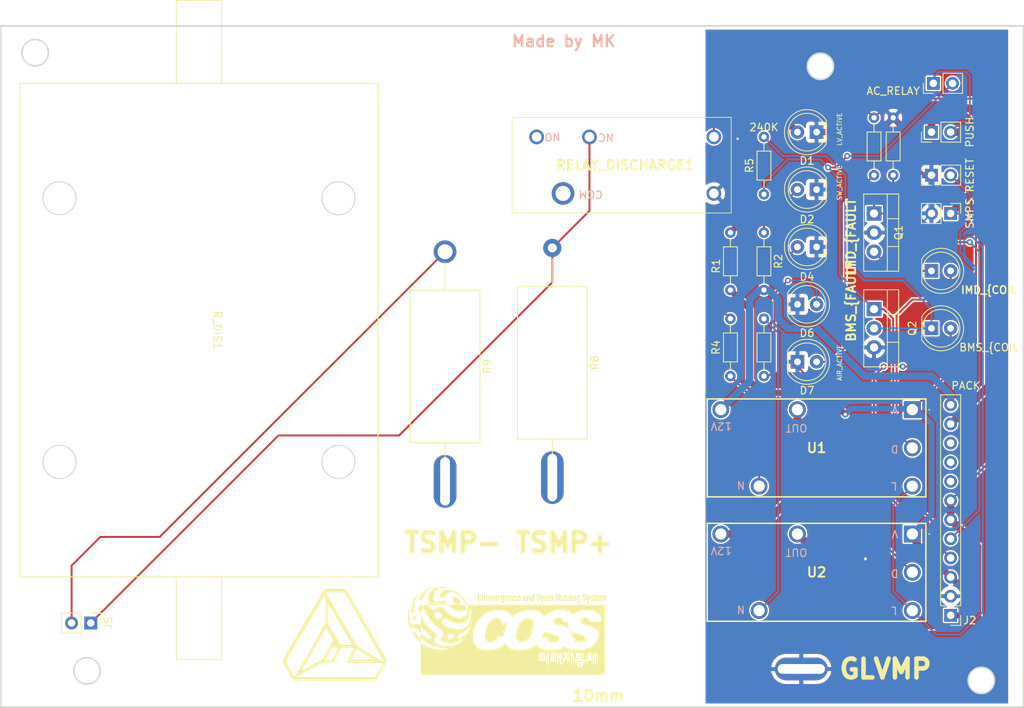
<source format=kicad_pcb>
(kicad_pcb (version 20211014) (generator pcbnew)
  (layers (0 "F.Cu" signal) (31 "B.Cu" signal) (34 "B.Paste" user) (35 "F.Paste" user) (36 "B.SilkS" user "B.Silkscreen") (37 "F.SilkS" user "F.Silkscreen") (38 "B.Mask" user) (39 "F.Mask" user) (44 "Edge.Cuts" user))
  (net 0 "")
  (net 1 "GND_BOX")
  (net 2 "Net-(D1-Pad2)")
  (net 3 "Net-(D2-Pad2)")
  (net 4 "Net-(D3-Pad1)")
  (net 5 "Net-(D3-Pad2)")
  (net 6 "Net-(D4-Pad2)")
  (net 7 "Net-(D5-Pad1)")
  (net 8 "Net-(D5-Pad2)")
  (net 9 "Net-(D6-Pad2)")
  (net 10 "Net-(D7-Pad2)")
  (net 11 "INTERLOCK_{1}")
  (net 12 "CHARGE_POWER")
  (net 13 "IMD_FAULT")
  (net 14 "CHARGER_SAFETY")
  (net 15 "INTERLOCK_{2}")
  (net 16 "Net-(R4-Pad1)")
  (net 17 "Net-(R6-Pad1)")
  (net 18 "AIR+_ACTIVE")
  (net 19 "Net-(U1-Pad2)")
  (net 20 "Reset_Button")
  (net 24 "Net-(J5-Pad1)")
  (net 25 "Net-(J5-Pad2)")
  (footprint "LED_THT:LED_D5.0mm" (layer "F.Cu") (at 170.18 34.925 180)
    (fp_text reference "D1" (at 1.27 -3.81) (layer "F.SilkS"))
    (fp_text value "LV_ACTIVE" (at -3.048 0.381 90) (layer "F.SilkS") (effects (font (size 0.6 0.6) (thickness 0.1))))
    (pad "1" thru_hole rect (at 0 0 180) (size 1.8 1.8) (drill 0.9) (layers *.Cu *.Mask) (net 1 "GND_BOX"))
    (pad "2" thru_hole circle (at 2.54 0 180) (size 1.8 1.8) (drill 0.9) (layers *.Cu *.Mask) (net 2 "Net-(D1-Pad2)"))
  )
  (footprint "LED_THT:LED_D5.0mm" (layer "F.Cu") (at 167.64 57.785)
    (fp_text reference "D6" (at 1.27 3.81) (layer "F.SilkS"))
    (fp_text value "BMS_{FAULT" (at 7.112 -0.381 90) (layer "F.SilkS") (effects (font (size 1.2 1.2) (thickness 0.25))))
    (pad "1" thru_hole rect (at 0 0) (size 1.8 1.8) (drill 0.9) (layers *.Cu *.Mask) (net 1 "GND_BOX"))
    (pad "2" thru_hole circle (at 2.54 0) (size 1.8 1.8) (drill 0.9) (layers *.Cu *.Mask) (net 9 "Net-(D6-Pad2)"))
  )
  (footprint "Resistor_THT:R_Axial_DIN0922_L20.0mm_D9.0mm_P30.48mm_Horizontal" (layer "F.Cu") (at 120.904 50.8 -90)
    (fp_text reference "R9" (at 15.24 -5.62 90) (layer "F.SilkS"))
    (fp_text value "10K")
    (pad "1" thru_hole circle (at 0 0 270) (size 3 3) (drill 2) (layers *.Cu *.Mask) (net 25 "Net-(J5-Pad2)"))
    (pad "2" thru_hole oval (at 30.48 0 270) (size 7 3) (drill oval 6.4 1.3) (layers *.Cu *.Mask))
  )
  (footprint "Resistor_THT:R_Axial_DIN0922_L20.0mm_D9.0mm_P30.48mm_Horizontal" (layer "F.Cu") (at 135.128 50.2955 -90)
    (fp_text reference "R8" (at 15.24 -5.62 90) (layer "F.SilkS"))
    (fp_text value "10K")
    (pad "1" thru_hole circle (at 0 0 270) (size 2.4 2.4) (drill 1.2) (layers *.Cu *.Mask) (net 24 "Net-(J5-Pad1)"))
    (pad "2" thru_hole oval (at 30.48 0 270) (size 7 3) (drill oval 6.3 1.3) (layers *.Cu *.Mask))
  )
  (footprint "footprints:ADJ14024" (layer "F.Cu") (at 182.88 71.755 180)
    (fp_text reference "U1" (at 12.7 -5.08) (layer "F.SilkS") (effects (font (size 1.27 1.27) (thickness 0.254))))
    (fp_text value "ADJ14012" hide)
    (fp_text user "N" (at 22.733 -10.033 180 unlocked) (layer "B.SilkS"))
    (fp_text user "D" (at 2.3622 -5.2324 180 unlocked) (layer "B.SilkS"))
    (fp_text user "V" (at 2.3114 0 180 unlocked) (layer "B.SilkS"))
    (fp_text user "OUT" (at 15.367 -2.4384 180 unlocked) (layer "B.SilkS"))
    (fp_text user "L" (at 2.413 -10.16 180 unlocked) (layer "B.SilkS"))
    (fp_text user "12V" (at 25.3492 -2.2098 180 unlocked) (layer "B.SilkS"))
    (pad "1" thru_hole rect (at 0 0 180) (size 2.25 2.25) (drill 1.5) (layers *.Cu *.Mask) (net 12 "CHARGE_POWER"))
    (pad "2" thru_hole circle (at 15.24 0 180) (size 2.25 2.25) (drill 1.5) (layers *.Cu *.Mask) (net 19 "Net-(U1-Pad2)"))
    (pad "4" thru_hole circle (at 25.4 0 180) (size 2.25 2.25) (drill 1.5) (layers *.Cu *.Mask) (net 15 "INTERLOCK_{2}"))
    (pad "6" thru_hole circle (at 20.32 -10.16 180) (size 2.25 2.25) (drill 1.5) (layers *.Cu *.Mask) (net 16 "Net-(R4-Pad1)"))
    (pad "8" thru_hole circle (at 0 -10.16 180) (size 2.25 2.25) (drill 1.5) (layers *.Cu *.Mask) (net 20 "Reset_Button"))
    (pad "9" thru_hole circle (at 0 -5.08 180) (size 2.25 2.25) (drill 1.5) (layers *.Cu *.Mask) (net 5 "Net-(D3-Pad2)"))
  )
  (footprint "LED_THT:LED_D5.0mm" (layer "F.Cu") (at 185.42 53.34)
    (fp_text reference "D3" hide)
    (fp_text value "IMD_{COIL" (at 7.62 2.54) (layer "F.SilkS") (effects (font (thickness 0.2))))
    (pad "1" thru_hole rect (at 0 0) (size 1.8 1.8) (drill 0.9) (layers *.Cu *.Mask) (net 4 "Net-(D3-Pad1)"))
    (pad "2" thru_hole circle (at 2.54 0) (size 1.8 1.8) (drill 0.9) (layers *.Cu *.Mask) (net 5 "Net-(D3-Pad2)"))
  )
  (footprint "Library:LOGO12121212" (layer "F.Cu") (at 106.68 101.6)
    (fp_text reference "G***" hide)
    (fp_text value "LOGO" hide)
  )
  (footprint "Connector_PinHeader_2.54mm:PinHeader_1x02_P2.54mm_Vertical" (layer "F.Cu") (at 187.96 45.72 -90)
    (fp_text reference "SMPS" (at 0 -2.54 -270) (layer "F.SilkS"))
    (fp_text value "SMPS" hide)
    (pad "1" thru_hole rect (at 0 0 270) (size 1.7 1.7) (drill 1) (layers *.Cu *.Mask) (net 12 "CHARGE_POWER"))
    (pad "2" thru_hole oval (at 0 2.54 270) (size 1.7 1.7) (drill 1) (layers *.Cu *.Mask) (net 1 "GND_BOX"))
  )
  (footprint "footprint:G2RL112DC" (layer "F.Cu") (at 156.555 35.56 180)
    (fp_text reference "RELAY_DISCHARGE1" (at 11.775 -3.75) (layer "F.SilkS") (effects (font (size 1.27 1.27) (thickness 0.254))))
    (fp_text value "G2RL-1_12DC" hide)
    (fp_text user "NC" (at 14.3002 -0.0508 180 unlocked) (layer "B.SilkS"))
    (fp_text user "COM" (at 16.347 -7.62 180 unlocked) (layer "B.SilkS"))
    (fp_text user "NO" (at 21.4122 0.0254 180 unlocked) (layer "B.SilkS"))
    (pad "1" thru_hole circle (at 0 0 180) (size 1.95 1.95) (drill 1.3) (layers *.Cu *.Mask) (net 18 "AIR+_ACTIVE"))
    (pad "2" thru_hole circle (at 16.5 0 180) (size 1.95 1.95) (drill 1.3) (layers *.Cu *.Mask) (net 24 "Net-(J5-Pad1)"))
    (pad "3" thru_hole circle (at 23.5 0 180) (size 1.95 1.95) (drill 1.3) (layers *.Cu *.Mask))
    (pad "4" thru_hole circle (at 20 -7.5 180) (size 3 3) (drill 2) (layers *.Cu *.Mask))
    (pad "5" thru_hole circle (at 0 -7.5 180) (size 1.95 1.95) (drill 1.3) (layers *.Cu *.Mask) (net 1 "GND_BOX"))
  )
  (footprint "footprints:ADJ14024" (layer "F.Cu") (at 182.88 88.265 180)
    (fp_text reference "U2" (at 12.7 -5.08) (layer "F.SilkS") (effects (font (size 1.27 1.27) (thickness 0.254))))
    (fp_text value "ADJ14012" hide)
    (fp_text user "D" (at 2.3622 -5.2324 180 unlocked) (layer "B.SilkS"))
    (fp_text user "L" (at 2.413 -10.16 180 unlocked) (layer "B.SilkS"))
    (fp_text user "OUT" (at 15.367 -2.4384 180 unlocked) (layer "B.SilkS"))
    (fp_text user "N" (at 22.733 -10.033 180 unlocked) (layer "B.SilkS"))
    (fp_text user "12V" (at 25.3492 -2.2098 180 unlocked) (layer "B.SilkS"))
    (fp_text user "V" (at 2.3114 0 180 unlocked) (layer "B.SilkS"))
    (pad "1" thru_hole rect (at 0 0 180) (size 2.25 2.25) (drill 1.5) (layers *.Cu *.Mask) (net 12 "CHARGE_POWER"))
    (pad "2" thru_hole circle (at 15.24 0 180) (size 2.25 2.25) (drill 1.5) (layers *.Cu *.Mask) (net 18 "AIR+_ACTIVE"))
    (pad "4" thru_hole circle (at 25.4 0 180) (size 2.25 2.25) (drill 1.5) (layers *.Cu *.Mask) (net 19 "Net-(U1-Pad2)"))
    (pad "6" thru_hole circle (at 20.32 -10.16 180) (size 2.25 2.25) (drill 1.5) (layers *.Cu *.Mask) (net 17 "Net-(R6-Pad1)"))
    (pad "8" thru_hole circle (at 0 -10.16 180) (size 2.25 2.25) (drill 1.5) (layers *.Cu *.Mask) (net 20 "Reset_Button"))
    (pad "9" thru_hole circle (at 0 -5.08 180) (size 2.25 2.25) (drill 1.5) (layers *.Cu *.Mask) (net 8 "Net-(D5-Pad2)"))
  )
  (footprint "Resistor_THT:R_Axial_DIN0204_L3.6mm_D1.6mm_P7.62mm_Horizontal" (layer "F.Cu") (at 163.195 43.18 90)
    (fp_text reference "R5" (at 3.81 -1.92 90) (layer "F.SilkS"))
    (fp_text value "240K" (at 8.89 0 180) (layer "F.SilkS"))
    (pad "1" thru_hole circle (at 0 0 90) (size 1.4 1.4) (drill 0.7) (layers *.Cu *.Mask) (net 14 "CHARGER_SAFETY"))
    (pad "2" thru_hole oval (at 7.62 0 90) (size 1.4 1.4) (drill 0.7) (layers *.Cu *.Mask) (net 7 "Net-(D5-Pad1)"))
  )
  (footprint "Library:auto big" (layer "F.Cu") (at 129.032 101.092)
    (fp_text reference "G***" hide)
    (fp_text value "LOGO" hide)
  )
  (footprint "Connector_PinHeader_2.54mm:PinHeader_1x02_P2.54mm_Vertical" (layer "F.Cu") (at 185.42 40.64 90)
    (fp_text reference "RESET" (at 0 5.08 90) (layer "F.SilkS"))
    (fp_text value "RESET" hide)
    (pad "1" thru_hole rect (at 0 0 90) (size 1.7 1.7) (drill 1) (layers *.Cu *.Mask) (net 1 "GND_BOX"))
    (pad "2" thru_hole oval (at 0 2.54 90) (size 1.7 1.7) (drill 1) (layers *.Cu *.Mask) (net 20 "Reset_Button"))
  )
  (footprint "Package_TO_SOT_THT:TO-220-3_Vertical" (layer "F.Cu") (at 177.8 45.72 -90)
    (fp_text reference "Q1" (at 2.54 -3.27 90) (layer "F.SilkS"))
    (fp_text value "IRF9540N" hide)
    (pad "1" thru_hole rect (at 0 0 270) (size 1.905 2) (drill 1.1) (layers *.Cu *.Mask) (net 13 "IMD_FAULT"))
    (pad "2" thru_hole oval (at 2.54 0 270) (size 1.905 2) (drill 1.1) (layers *.Cu *.Mask) (net 1 "GND_BOX"))
    (pad "3" thru_hole oval (at 5.08 0 270) (size 1.905 2) (drill 1.1) (layers *.Cu *.Mask) (net 4 "Net-(D3-Pad1)"))
  )
  (footprint "Connector_PinHeader_2.54mm:PinHeader_1x12_P2.54mm_Vertical" (layer "F.Cu") (at 187.96 99.06 180)
    (fp_text reference "J2" (at -2.54 -0.665) (layer "F.SilkS"))
    (fp_text value "PACK" (at -2.032 30.48) (layer "F.SilkS"))
    (pad "1" thru_hole rect (at 0 0 180) (size 1.7 1.7) (drill 1) (layers *.Cu *.Mask) (net 12 "CHARGE_POWER"))
    (pad "2" thru_hole oval (at 0 2.54 180) (size 1.7 1.7) (drill 1) (layers *.Cu *.Mask) (net 1 "GND_BOX"))
    (pad "3" thru_hole oval (at 0 5.08 180) (size 1.7 1.7) (drill 1) (layers *.Cu *.Mask) (net 12 "CHARGE_POWER"))
    (pad "4" thru_hole oval (at 0 7.62 180) (size 1.7 1.7) (drill 1) (layers *.Cu *.Mask) (net 14 "CHARGER_SAFETY"))
    (pad "5" thru_hole oval (at 0 10.16 180) (size 1.7 1.7) (drill 1) (layers *.Cu *.Mask) (net 13 "IMD_FAULT"))
    (pad "6" thru_hole oval (at 0 12.7 180) (size 1.7 1.7) (drill 1) (layers *.Cu *.Mask) (net 18 "AIR+_ACTIVE"))
    (pad "7" thru_hole oval (at 0 15.24 180) (size 1.7 1.7) (drill 1) (layers *.Cu *.Mask) (net 18 "AIR+_ACTIVE"))
    (pad "8" thru_hole oval (at 0 17.78 180) (size 1.7 1.7) (drill 1) (layers *.Cu *.Mask))
    (pad "9" thru_hole oval (at 0 20.32 180) (size 1.7 1.7) (drill 1) (layers *.Cu *.Mask))
    (pad "10" thru_hole oval (at 0 22.86 180) (size 1.7 1.7) (drill 1) (layers *.Cu *.Mask))
    (pad "11" thru_hole oval (at 0 25.4 180) (size 1.7 1.7) (drill 1) (layers *.Cu *.Mask) (net 11 "INTERLOCK_{1}"))
    (pad "12" thru_hole oval (at 0 27.94 180) (size 1.7 1.7) (drill 1) (layers *.Cu *.Mask) (net 15 "INTERLOCK_{2}"))
  )
  (footprint "LED_THT:LED_D5.0mm" (layer "F.Cu") (at 170.18 50.165 180)
    (fp_text reference "D4" (at 1.27 -3.96) (layer "F.SilkS"))
    (fp_text value "IMD_{FAULT" (at -4.572 1.397 90) (layer "F.SilkS") (effects (font (size 1.2 1.2) (thickness 0.25))))
    (pad "1" thru_hole rect (at 0 0 180) (size 1.8 1.8) (drill 0.9) (layers *.Cu *.Mask) (net 1 "GND_BOX"))
    (pad "2" thru_hole circle (at 2.54 0 180) (size 1.8 1.8) (drill 0.9) (layers *.Cu *.Mask) (net 6 "Net-(D4-Pad2)"))
  )
  (footprint "Package_TO_SOT_THT:TO-220-3_Vertical" (layer "F.Cu") (at 177.8 58.42 -90)
    (fp_text reference "Q2" (at 2.54 -5.08 90) (layer "F.SilkS"))
    (fp_text value "IRF740" hide)
    (pad "1" thru_hole rect (at 0 0 270) (size 1.905 2) (drill 1.1) (layers *.Cu *.Mask) (net 14 "CHARGER_SAFETY"))
    (pad "2" thru_hole oval (at 2.54 0 270) (size 1.905 2) (drill 1.1) (layers *.Cu *.Mask) (net 7 "Net-(D5-Pad1)"))
    (pad "3" thru_hole oval (at 5.08 0 270) (size 1.905 2) (drill 1.1) (layers *.Cu *.Mask) (net 1 "GND_BOX"))
  )
  (footprint "Resistor_THT:R_Axial_DIN0204_L3.6mm_D1.6mm_P7.62mm_Horizontal" (layer "F.Cu") (at 180.34 33.02 -90)
    (fp_text reference "R3" hide)
    (fp_text value "10k" hide)
    (pad "1" thru_hole circle (at 0 0 270) (size 1.4 1.4) (drill 0.7) (layers *.Cu *.Mask) (net 1 "GND_BOX"))
    (pad "2" thru_hole oval (at 7.62 0 270) (size 1.4 1.4) (drill 0.7) (layers *.Cu *.Mask) (net 13 "IMD_FAULT"))
  )
  (footprint "footprint:HSC100" (layer "F.Cu") (at 64.516 28.448 -90)
    (fp_text reference "R_DIS1" (at 32.75 -26.195 -90 unlocked) (layer "F.SilkS"))
    (fp_text value "1k")
    (fp_circle (center 15.25 -42.25) (end 17.45 -42.25) (layer "Edge.Cuts") (width 0.12) (fill none))
    (fp_circle (center 15.25 -5.25) (end 17.45 -5.25) (layer "Edge.Cuts") (width 0.12) (fill none))
    (fp_circle (center 50.25 -5.25) (end 52.45 -5.25) (layer "Edge.Cuts") (width 0.12) (fill none))
    (fp_circle (center 50.25 -42.25) (end 52.45 -42.25) (layer "Edge.Cuts") (width 0.12) (fill none))
  )
  (footprint "Connector_PinHeader_2.54mm:PinHeader_1x02_P2.54mm_Vertical" (layer "F.Cu") (at 73.914 100.076 -90)
    (fp_text reference "J5" (at 0 -2.33 90) (layer "F.SilkS"))
    (fp_text value "HV")
    (pad "1" thru_hole rect (at 0 0 270) (size 1.7 1.7) (drill 1) (layers *.Cu *.Mask) (net 24 "Net-(J5-Pad1)"))
    (pad "2" thru_hole oval (at 0 2.54 270) (size 1.7 1.7) (drill 1) (layers *.Cu *.Mask) (net 25 "Net-(J5-Pad2)"))
  )
  (footprint "LED_THT:LED_D5.0mm" (layer "F.Cu") (at 185.42 60.96)
    (fp_text reference "D5" hide)
    (fp_text value "BMS_{COIL" (at 7.62 2.54) (layer "F.SilkS"))
    (pad "1" thru_hole rect (at 0 0) (size 1.8 1.8) (drill 0.9) (layers *.Cu *.Mask) (net 7 "Net-(D5-Pad1)"))
    (pad "2" thru_hole circle (at 2.54 0) (size 1.8 1.8) (drill 0.9) (layers *.Cu *.Mask) (net 8 "Net-(D5-Pad2)"))
  )
  (footprint "Resistor_THT:R_Axial_DIN0204_L3.6mm_D1.6mm_P7.62mm_Horizontal" (layer "F.Cu") (at 163.195 59.69 -90)
    (fp_text reference "R6" hide)
    (fp_text value "10k")
    (pad "1" thru_hole circle (at 0 0 270) (size 1.4 1.4) (drill 0.7) (layers *.Cu *.Mask) (net 17 "Net-(R6-Pad1)"))
    (pad "2" thru_hole oval (at 7.62 0 270) (size 1.4 1.4) (drill 0.7) (layers *.Cu *.Mask) (net 9 "Net-(D6-Pad2)"))
  )
  (footprint "Resistor_THT:R_Axial_DIN0204_L3.6mm_D1.6mm_P7.62mm_Horizontal" (layer "F.Cu") (at 163.195 48.26 -90)
    (fp_text reference "R2" (at 3.81 -1.92 90) (layer "F.SilkS"))
    (fp_text value "10k")
    (pad "1" thru_hole circle (at 0 0 270) (size 1.4 1.4) (drill 0.7) (layers *.Cu *.Mask) (net 3 "Net-(D2-Pad2)"))
    (pad "2" thru_hole oval (at 7.62 0 270) (size 1.4 1.4) (drill 0.7) (layers *.Cu *.Mask) (net 15 "INTERLOCK_{2}"))
  )
  (footprint "Connector:Banana_Jack_1Pin" (layer "F.Cu") (at 168.148 106.172)
    (fp_text reference "J7" hide)
    (fp_text value "Conn_01x01_Female" hide)
    (pad "1" thru_hole oval (at 0 0) (size 7 3) (drill oval 6.3 1.3) (layers *.Cu *.Mask) (net 1 "GND_BOX"))
  )
  (footprint "LED_THT:LED_D5.0mm" (layer "F.Cu") (at 167.64 65.405)
    (fp_text reference "D7" (at 1.27 3.81) (layer "F.SilkS"))
    (fp_text value "AIR_ACTIVE" (at 5.588 0.127 90) (layer "F.SilkS") (effects (font (size 0.6 0.6) (thickness 0.1))))
    (pad "1" thru_hole rect (at 0 0) (size 1.8 1.8) (drill 0.9) (layers *.Cu *.Mask) (net 1 "GND_BOX"))
    (pad "2" thru_hole circle (at 2.54 0) (size 1.8 1.8) (drill 0.9) (layers *.Cu *.Mask) (net 10 "Net-(D7-Pad2)"))
  )
  (footprint "Connector_PinHeader_2.54mm:PinHeader_1x02_P2.54mm_Vertical" (layer "F.Cu") (at 185.669 28.448 90)
    (fp_text reference "AC_RELAY" (at -1.016 -5.329 180) (layer "F.SilkS"))
    (fp_text value "AC_RELAY" hide)
    (pad "1" thru_hole rect (at 0 0 90) (size 1.7 1.7) (drill 1) (layers *.Cu *.Mask) (net 12 "CHARGE_POWER"))
    (pad "2" thru_hole oval (at 0 2.54 90) (size 1.7 1.7) (drill 1) (layers *.Cu *.Mask) (net 14 "CHARGER_SAFETY"))
  )
  (footprint "LED_THT:LED_D5.0mm" (layer "F.Cu") (at 170.18 42.545 180)
    (fp_text reference "D2" (at 1.27 -3.96) (layer "F.SilkS"))
    (fp_text value "SW_ACTIVE" (at -3.048 0.889 90) (layer "F.SilkS") (effects (font (size 0.6 0.6) (thickness 0.1))))
    (pad "1" thru_hole rect (at 0 0 180) (size 1.8 1.8) (drill 0.9) (layers *.Cu *.Mask) (net 1 "GND_BOX"))
    (pad "2" thru_hole circle (at 2.54 0 180) (size 1.8 1.8) (drill 0.9) (layers *.Cu *.Mask) (net 3 "Net-(D2-Pad2)"))
  )
  (footprint "Connector_PinHeader_2.54mm:PinHeader_1x02_P2.54mm_Vertical" (layer "F.Cu") (at 185.415 34.925 90)
    (fp_text reference "PUSH" (at 0 5.08 90) (layer "F.SilkS"))
    (fp_text value "PUSH_ROTATE" hide)
    (pad "1" thru_hole rect (at 0 0 90) (size 1.7 1.7) (drill 1) (layers *.Cu *.Mask) (net 11 "INTERLOCK_{1}"))
    (pad "2" thru_hole oval (at 0 2.54 90) (size 1.7 1.7) (drill 1) (layers *.Cu *.Mask) (net 12 "CHARGE_POWER"))
  )
  (footprint "Resistor_THT:R_Axial_DIN0204_L3.6mm_D1.6mm_P7.62mm_Horizontal" (layer "F.Cu") (at 158.75 48.26 -90)
    (fp_text reference "R1" (at 4.445 1.905 90) (layer "F.SilkS"))
    (fp_text value "10k")
    (pad "1" thru_hole circle (at 0 0 270) (size 1.4 1.4) (drill 0.7) (layers *.Cu *.Mask) (net 2 "Net-(D1-Pad2)"))
    (pad "2" thru_hole oval (at 7.62 0 270) (size 1.4 1.4) (drill 0.7) (layers *.Cu *.Mask) (net 12 "CHARGE_POWER"))
  )
  (footprint "Resistor_THT:R_Axial_DIN0204_L3.6mm_D1.6mm_P7.62mm_Horizontal" (layer "F.Cu") (at 158.75 67.31 90)
    (fp_text reference "R4" (at 3.81 -1.92 90) (layer "F.SilkS"))
    (fp_text value "10k")
    (pad "1" thru_hole circle (at 0 0 90) (size 1.4 1.4) (drill 0.7) (layers *.Cu *.Mask) (net 16 "Net-(R4-Pad1)"))
    (pad "2" thru_hole oval (at 7.62 0 90) (size 1.4 1.4) (drill 0.7) (layers *.Cu *.Mask) (net 6 "Net-(D4-Pad2)"))
  )
  (footprint "Resistor_THT:R_Axial_DIN0204_L3.6mm_D1.6mm_P7.62mm_Horizontal" (layer "F.Cu") (at 177.8 40.64 90)
    (fp_text reference "R7" hide)
    (fp_text value "10k" hide)
    (pad "1" thru_hole circle (at 0 0 90) (size 1.4 1.4) (drill 0.7) (layers *.Cu *.Mask) (net 10 "Net-(D7-Pad2)"))
    (pad "2" thru_hole oval (at 7.62 0 90) (size 1.4 1.4) (drill 0.7) (layers *.Cu *.Mask) (net 18 "AIR+_ACTIVE"))
  )
  (gr_rect (start 61.976 20.828) (end 197.612 111.252) (layer "Edge.Cuts") (width 0.2) (fill none))
  (gr_circle (center 66.548 24.384) (end 68.298 24.384) (layer "Edge.Cuts") (width 0.2) (fill none))
  (gr_circle (center 192.024 107.696) (end 193.774 107.696) (layer "Edge.Cuts") (width 0.2) (fill none))
  (gr_circle (center 73.406 106.426) (end 75.156 106.426) (layer "Edge.Cuts") (width 0.2) (fill none))
  (gr_circle (center 170.688 26.19) (end 172.438 26.19) (layer "Edge.Cuts") (width 0.2) (fill none))
  (gr_text "Made by MK" (at 136.652 22.86) (layer "B.SilkS") (effects (font (size 1.5 1.5) (thickness 0.3))))
  (gr_text "GLVMP" (at 179.324 106.172) (layer "F.SilkS") (effects (font (size 2.5 2.5) (thickness 0.6))))
  (gr_text "10mm" (at 141.224 109.728) (layer "F.SilkS") (effects (font (size 1.5 1.5) (thickness 0.3))))
  (gr_text "TSMP-" (at 121.92 89.408) (layer "F.SilkS") (effects (font (size 2.5 2.5) (thickness 0.6))))
  (gr_text "TSMP+" (at 136.652 89.408) (layer "F.SilkS") (effects (font (size 2.5 2.5) (thickness 0.6))))
  (segment (start 167.64 66.04) (end 167.64 57.785) (width 0.25) (layer "F.Cu") (net 1))
  (segment (start 177.8 63.5) (end 177.8 64.77) (width 0.25) (layer "F.Cu") (net 1))
  (segment (start 160.02 33.46952) (end 160.02 39.595) (width 0.25) (layer "F.Cu") (net 1))
  (segment (start 170.18 34.925) (end 170.18 42.545) (width 0.25) (layer "F.Cu") (net 1))
  (segment (start 176.53 71.12) (end 176.53 91.44) (width 0.25) (layer "F.Cu") (net 1))
  (segment (start 170.18 68.58) (end 167.64 66.04) (width 0.25) (layer "F.Cu") (net 1))
  (segment (start 176.53 91.44) (end 176.657 91.567) (width 0.25) (layer "F.Cu") (net 1))
  (segment (start 170.18 34.925) (end 178.435 34.925) (width 0.8) (layer "F.Cu") (net 1))
  (segment (start 177.8 64.77) (end 173.99 68.58) (width 0.25) (layer "F.Cu") (net 1))
  (segment (start 181.61 96.52) (end 187.96 96.52) (width 0.25) (layer "F.Cu") (net 1))
  (segment (start 167.64 55.88) (end 170.18 53.34) (width 0.25) (layer "F.Cu") (net 1))
  (segment (start 178.435 34.925) (end 180.34 33.02) (width 0.8) (layer "F.Cu") (net 1))
  (segment (start 180.34 33.02) (end 182.88 35.56) (width 0.8) (layer "F.Cu") (net 1))
  (segment (start 170.18 33.775) (end 168.60452 32.19952) (width 0.25) (layer "F.Cu") (net 1))
  (segment (start 167.64 57.785) (end 167.64 55.88) (width 0.25) (layer "F.Cu") (net 1))
  (segment (start 182.88 35.56) (end 182.88 39.37) (width 0.8) (layer "F.Cu") (net 1))
  (segment (start 182.88 39.37) (end 184.15 40.64) (width 0.8) (layer "F.Cu") (net 1))
  (segment (start 168.60452 32.19952) (end 161.29 32.19952) (width 0.25) (layer "F.Cu") (net 1))
  (segment (start 184.15 40.64) (end 185.42 40.64) (width 0.8) (layer "F.Cu") (net 1))
  (segment (start 176.657 91.567) (end 181.61 96.52) (width 0.25) (layer "F.Cu") (net 1))
  (segment (start 170.18 34.925) (end 170.18 33.775) (width 0.25) (layer "F.Cu") (net 1))
  (segment (start 160.02 39.595) (end 156.555 43.06) (width 0.25) (layer "F.Cu") (net 1))
  (segment (start 173.99 68.58) (end 170.18 68.58) (width 0.25) (layer "F.Cu") (net 1))
  (segment (start 170.18 53.34) (end 170.18 50.165) (width 0.25) (layer "F.Cu") (net 1))
  (segment (start 161.29 32.19952) (end 160.02 33.46952) (width 0.25) (layer "F.Cu") (net 1))
  (segment (start 173.99 68.58) (end 176.53 71.12) (width 0.25) (layer "F.Cu") (net 1))
  (via (at 176.657 91.567) (size 0.8) (drill 0.4) (layers "F.Cu" "B.Cu") (net 1))
  (segment (start 168.148 100.076) (end 168.148 106.68) (width 0.25) (layer "B.Cu") (net 1))
  (segment (start 182.88 48.26) (end 177.8 48.26) (width 0.25) (layer "B.Cu") (net 1))
  (segment (start 176.657 91.567) (end 168.148 100.076) (width 0.25) (layer "B.Cu") (net 1))
  (segment (start 170.18 42.545) (end 170.18 50.165) (width 0.25) (layer "B.Cu") (net 1))
  (segment (start 185.42 40.64) (end 185.42 45.72) (width 0.8) (layer "B.Cu") (net 1))
  (segment (start 185.42 45.72) (end 182.88 48.26) (width 0.25) (layer "B.Cu") (net 1))
  (segment (start 161.036 34.17304) (end 161.036 45.974) (width 0.8) (layer "F.Cu") (net 2))
  (segment (start 161.036 45.974) (end 158.75 48.26) (width 0.8) (layer "F.Cu") (net 2))
  (segment (start 161.036 34.17304) (end 166.88804 34.17304) (width 0.8) (layer "F.Cu") (net 2))
  (segment (start 166.88804 34.17304) (end 167.64 34.925) (width 0.8) (layer "F.Cu") (net 2))
  (segment (start 167.64 42.545) (end 163.195 46.99) (width 0.25) (layer "F.Cu") (net 3))
  (segment (start 163.195 46.99) (end 163.195 48.26) (width 0.25) (layer "F.Cu") (net 3))
  (segment (start 185.42 53.34) (end 180.34 53.34) (width 0.25) (layer "F.Cu") (net 4))
  (segment (start 180.34 53.34) (end 177.8 50.8) (width 0.25) (layer "F.Cu") (net 4))
  (segment (start 187.96 55.88) (end 186.69 57.15) (width 0.25) (layer "F.Cu") (net 5))
  (segment (start 180.78952 74.74452) (end 182.88 76.835) (width 0.25) (layer "F.Cu") (net 5))
  (segment (start 182.88 57.15) (end 180.78952 59.24048) (width 0.25) (layer "F.Cu") (net 5))
  (segment (start 186.69 57.15) (end 182.88 57.15) (width 0.25) (layer "F.Cu") (net 5))
  (segment (start 187.96 53.34) (end 187.96 55.88) (width 0.25) (layer "F.Cu") (net 5))
  (segment (start 180.78952 59.24048) (end 180.78952 74.74452) (width 0.25) (layer "F.Cu") (net 5))
  (segment (start 158.75 52.07) (end 156.21 54.61) (width 0.25) (layer "F.Cu") (net 6))
  (segment (start 156.21 57.15) (end 158.75 59.69) (width 0.25) (layer "F.Cu") (net 6))
  (segment (start 156.21 54.61) (end 156.21 57.15) (width 0.25) (layer "F.Cu") (net 6))
  (segment (start 165.735 52.07) (end 158.75 52.07) (width 0.25) (layer "F.Cu") (net 6))
  (segment (start 167.64 50.165) (end 165.735 52.07) (width 0.25) (layer "F.Cu") (net 6))
  (segment (start 173.99 52.07) (end 176.53 54.61) (width 0.25) (layer "B.Cu") (net 7))
  (segment (start 181.61 54.61) (end 185.42 58.42) (width 0.25) (layer "B.Cu") (net 7))
  (segment (start 185.42 58.42) (end 185.42 60.96) (width 0.25) (layer "B.Cu") (net 7))
  (segment (start 177.8 60.96) (end 185.42 60.96) (width 0.25) (layer "B.Cu") (net 7))
  (segment (start 165.735 38.1) (end 171.45 38.1) (width 0.25) (layer "B.Cu") (net 7))
  (segment (start 163.195 35.56) (end 165.735 38.1) (width 0.25) (layer "B.Cu") (net 7))
  (segment (start 171.45 38.1) (end 173.99 40.64) (width 0.25) (layer "B.Cu") (net 7))
  (segment (start 173.99 40.64) (end 173.99 52.07) (width 0.25) (layer "B.Cu") (net 7))
  (segment (start 176.53 54.61) (end 181.61 54.61) (width 0.25) (layer "B.Cu") (net 7))
  (segment (start 185.42 66.04) (end 181.61 66.04) (width 0.25) (layer "F.Cu") (net 8))
  (segment (start 179.07 66.04) (end 177.8 67.31) (width 0.25) (layer "F.Cu") (net 8))
  (segment (start 187.96 60.96) (end 187.96 63.5) (width 0.25) (layer "F.Cu") (net 8))
  (segment (start 177.8 67.31) (end 177.8 88.265) (width 0.25) (layer "F.Cu") (net 8))
  (segment (start 187.96 63.5) (end 185.42 66.04) (width 0.25) (layer "F.Cu") (net 8))
  (segment (start 177.8 88.265) (end 182.88 93.345) (width 0.25) (layer "F.Cu") (net 8))
  (via (at 181.61 66.04) (size 0.8) (drill 0.4) (layers "F.Cu" "B.Cu") (net 8))
  (via (at 179.07 66.04) (size 0.8) (drill 0.4) (layers "F.Cu" "B.Cu") (net 8))
  (segment (start 181.61 66.04) (end 179.07 66.04) (width 0.25) (layer "B.Cu") (net 8))
  (segment (start 163.83 67.31) (end 163.195 67.31) (width 0.25) (layer "F.Cu") (net 9))
  (segment (start 166.37 54.61) (end 164.592 56.388) (width 0.25) (layer "F.Cu") (net 9))
  (segment (start 164.592 56.388) (end 164.592 66.548) (width 0.25) (layer "F.Cu") (net 9))
  (segment (start 164.592 66.548) (end 163.83 67.31) (width 0.25) (layer "F.Cu") (net 9))
  (via (at 166.37 54.61) (size 0.8) (drill 0.4) (layers "F.Cu" "B.Cu") (net 9))
  (segment (start 168.91 54.61) (end 166.37 54.61) (width 0.25) (layer "B.Cu") (net 9))
  (segment (start 170.18 57.785) (end 170.18 55.88) (width 0.25) (layer "B.Cu") (net 9))
  (segment (start 170.18 55.88) (end 168.91 54.61) (width 0.25) (layer "B.Cu") (net 9))
  (segment (start 177.8 40.64) (end 173.99 44.45) (width 0.25) (layer "F.Cu") (net 10))
  (segment (start 172.085 65.405) (end 170.18 65.405) (width 0.25) (layer "F.Cu") (net 10))
  (segment (start 173.99 44.45) (end 173.99 63.5) (width 0.25) (layer "F.Cu") (net 10))
  (segment (start 173.99 63.5) (end 172.085 65.405) (width 0.25) (layer "F.Cu") (net 10))
  (segment (start 193.04 34.29) (end 193.04 68.58) (width 1) (layer "F.Cu") (net 11))
  (segment (start 185.415 33.025) (end 186.69 31.75) (width 1) (layer "F.Cu") (net 11))
  (segment (start 190.5 31.75) (end 193.04 34.29) (width 1) (layer "F.Cu") (net 11))
  (segment (start 186.69 31.75) (end 190.5 31.75) (width 1) (layer "F.Cu") (net 11))
  (segment (start 192.532 69.088) (end 187.96 73.66) (width 1) (layer "F.Cu") (net 11))
  (segment (start 193.04 68.58) (end 192.532 69.088) (width 1) (layer "F.Cu") (net 11))
  (segment (start 185.415 34.925) (end 185.415 33.025) (width 1) (layer "F.Cu") (net 11))
  (segment (start 161.607859 68.262141) (end 162.877859 69.532141) (width 0.8) (layer "F.Cu") (net 12))
  (segment (start 191.32048 46.99) (end 191.32048 63.31452) (width 0.25) (layer "F.Cu") (net 12))
  (segment (start 161.29 58.42) (end 161.29 67.944282) (width 0.8) (layer "F.Cu") (net 12))
  (segment (start 182.88 88.9) (end 182.88 88.265) (width 0.25) (layer "F.Cu") (net 12))
  (segment (start 158.75 55.88) (end 161.29 58.42) (width 0.8) (layer "F.Cu") (net 12))
  (segment (start 189.992 98.298) (end 189.23 99.06) (width 0.8) (layer "F.Cu") (net 12))
  (segment (start 191.32048 63.31452) (end 182.88 71.755) (width 0.25) (layer "F.Cu") (net 12))
  (segment (start 189.992 96.52) (end 189.992 98.298) (width 0.8) (layer "F.Cu") (net 12))
  (segment (start 161.29 67.944282) (end 161.607859 68.262141) (width 0.8) (layer "F.Cu") (net 12))
  (segment (start 189.41548 34.925) (end 191.32048 36.83) (width 1) (layer "F.Cu") (net 12))
  (segment (start 171.132141 69.532141) (end 173.99 72.39) (width 0.8) (layer "F.Cu") (net 12))
  (segment (start 191.32048 36.83) (end 191.32048 42.35952) (width 1) (layer "F.Cu") (net 12))
  (segment (start 189.23 99.06) (end 187.96 99.06) (width 0.8) (layer "F.Cu") (net 12))
  (segment (start 189.992 96.52) (end 189.992 96.012) (width 0.8) (layer "F.Cu") (net 12))
  (segment (start 187.96 93.98) (end 182.88 88.9) (width 0.8) (layer "F.Cu") (net 12))
  (segment (start 187.96 45.72) (end 190.05048 45.72) (width 0.25) (layer "F.Cu") (net 12))
  (segment (start 189.992 96.012) (end 187.96 93.98) (width 0.8) (layer "F.Cu") (net 12))
  (segment (start 190.05048 45.72) (end 191.32048 46.99) (width 0.25) (layer "F.Cu") (net 12))
  (segment (start 187.955 34.925) (end 189.41548 34.925) (width 1) (layer "F.Cu") (net 12))
  (segment (start 191.32048 42.35952) (end 187.96 45.72) (width 1) (layer "F.Cu") (net 12))
  (segment (start 162.877859 69.532141) (end 171.132141 69.532141) (width 0.8) (layer "F.Cu") (net 12))
  (via (at 173.99 72.39) (size 0.8) (drill 0.4) (layers "F.Cu" "B.Cu") (net 12))
  (segment (start 185.42 85.725) (end 182.88 88.265) (width 0.8) (layer "B.Cu") (net 12))
  (segment (start 186.436 26.924) (end 189.992 26.924) (width 0.25) (layer "B.Cu") (net 12))
  (segment (start 189.352 33.528) (end 187.955 34.925) (width 0.25) (layer "B.Cu") (net 12))
  (segment (start 190.5 33.528) (end 189.352 33.528) (width 0.25) (layer "B.Cu") (net 12))
  (segment (start 185.669 27.691) (end 186.436 26.924) (width 0.25) (layer "B.Cu") (net 12))
  (segment (start 185.669 28.448) (end 185.669 27.691) (width 0.25) (layer "B.Cu") (net 12))
  (segment (start 185.42 73.66) (end 185.42 85.725) (width 0.8) (layer "B.Cu") (net 12))
  (segment (start 174.752 71.628) (end 182.753 71.628) (width 0.8) (layer "B.Cu") (net 12))
  (segment (start 189.992 26.924) (end 190.5 27.432) (width 0.25) (layer "B.Cu") (net 12))
  (segment (start 183.515 71.755) (end 185.42 73.66) (width 0.8) (layer "B.Cu") (net 12))
  (segment (start 190.5 27.432) (end 190.5 33.528) (width 0.25) (layer "B.Cu") (net 12))
  (segment (start 173.99 72.39) (end 174.752 71.628) (width 0.8) (layer "B.Cu") (net 12))
  (segment (start 177.8 45.72) (end 177.8 44.45) (width 0.25) (layer "F.Cu") (net 13))
  (segment (start 180.34 45.72) (end 184.15 49.53) (width 0.25) (layer "F.Cu") (net 13))
  (segment (start 184.15 49.53) (end 190.5 49.53) (width 0.25) (layer "F.Cu") (net 13))
  (segment (start 180.34 41.91) (end 180.34 40.64) (width 0.25) (layer "F.Cu") (net 13))
  (segment (start 177.8 45.72) (end 180.34 45.72) (width 0.25) (layer "F.Cu") (net 13))
  (segment (start 177.8 44.45) (end 180.34 41.91) (width 0.25) (layer "F.Cu") (net 13))
  (via (at 190.5 49.53) (size 0.8) (drill 0.4) (layers "F.Cu" "B.Cu") (net 13))
  (segment (start 191.77 50.8) (end 191.77 85.09) (width 0.25) (layer "B.Cu") (net 13))
  (segment (start 190.5 49.53) (end 191.77 50.8) (width 0.25) (layer "B.Cu") (net 13))
  (segment (start 191.77 85.09) (end 187.96 88.9) (width 0.25) (layer "B.Cu") (net 13))
  (segment (start 185.42 86.36) (end 185.42 88.9) (width 0.25) (layer "F.Cu") (net 14))
  (segment (start 185.42 88.9) (end 187.96 91.44) (width 0.25) (layer "F.Cu") (net 14))
  (segment (start 174.244 38.1) (end 172.72 39.624) (width 0.25) (layer "F.Cu") (net 14))
  (segment (start 180.34 59.69) (end 180.34 83.82) (width 0.25) (layer "F.Cu") (net 14))
  (segment (start 181.61 85.09) (end 184.15 85.09) (width 0.25) (layer "F.Cu") (net 14))
  (segment (start 179.07 58.42) (end 180.34 59.69) (width 0.25) (layer "F.Cu") (net 14))
  (segment (start 180.34 83.82) (end 181.61 85.09) (width 0.25) (layer "F.Cu") (net 14))
  (segment (start 177.8 58.42) (end 179.07 58.42) (width 0.25) (layer "F.Cu") (net 14))
  (segment (start 172.72 39.624) (end 171.704 39.624) (width 0.25) (layer "F.Cu") (net 14))
  (segment (start 184.15 85.09) (end 185.42 86.36) (width 0.25) (layer "F.Cu") (net 14))
  (via (at 174.244 38.1) (size 0.8) (drill 0.4) (layers "F.Cu" "B.Cu") (net 14))
  (via (at 171.704 39.624) (size 0.8) (drill 0.4) (layers "F.Cu" "B.Cu") (net 14))
  (segment (start 173.2655 41.1855) (end 173.2655 53.8855) (width 0.25) (layer "B.Cu") (net 14))
  (segment (start 173.2655 41.1855) (end 171.704 39.624) (width 0.25) (layer "B.Cu") (net 14))
  (segment (start 170.62952 38.54952) (end 166.37 38.54952) (width 0.25) (layer "B.Cu") (net 14))
  (segment (start 178.557 38.1) (end 178.308 38.1) (width 0.25) (layer "B.Cu") (net 14))
  (segment (start 178.308 38.1) (end 174.244 38.1) (width 0.25) (layer "B.Cu") (net 14))
  (segment (start 171.704 39.624) (end 170.62952 38.54952) (width 0.25) (layer "B.Cu") (net 14))
  (segment (start 166.37 38.54952) (end 163.195 41.72452) (width 0.25) (layer "B.Cu") (net 14))
  (segment (start 173.2655 53.8855) (end 177.8 58.42) (width 0.25) (layer "B.Cu") (net 14))
  (segment (start 163.195 41.72452) (end 163.195 43.18) (width 0.25) (layer "B.Cu") (net 14))
  (segment (start 188.209 28.448) (end 178.557 38.1) (width 0.25) (layer "B.Cu") (net 14))
  (segment (start 187.96 71.12) (end 187.96 69.85) (width 1) (layer "B.Cu") (net 15))
  (segment (start 166.37 60.96) (end 165.1 59.69) (width 1) (layer "B.Cu") (net 15))
  (segment (start 165.1 59.69) (end 165.1 57.15) (width 1) (layer "B.Cu") (net 15))
  (segment (start 157.48 71.755) (end 161.29 67.945) (width 1) (layer "B.Cu") (net 15))
  (segment (start 170.18 60.96) (end 166.37 60.96) (width 1) (layer "B.Cu") (net 15))
  (segment (start 176.53 67.31) (end 170.18 60.96) (width 1) (layer "B.Cu") (net 15))
  (segment (start 185.42 67.31) (end 176.53 67.31) (width 1) (layer "B.Cu") (net 15))
  (segment (start 163.83 55.88) (end 163.195 55.88) (width 0.25) (layer "B.Cu") (net 15))
  (segment (start 162.56 55.88) (end 163.195 55.88) (width 0.25) (layer "B.Cu") (net 15))
  (segment (start 161.29 57.15) (end 162.56 55.88) (width 1) (layer "B.Cu") (net 15))
  (segment (start 187.96 69.85) (end 185.42 67.31) (width 1) (layer "B.Cu") (net 15))
  (segment (start 161.29 67.945) (end 161.29 57.15) (width 1) (layer "B.Cu") (net 15))
  (segment (start 165.1 57.15) (end 163.83 55.88) (width 1) (layer "B.Cu") (net 15))
  (segment (start 162.56 71.12) (end 158.75 67.31) (width 0.25) (layer "F.Cu") (net 16))
  (segment (start 162.56 81.915) (end 162.56 71.12) (width 0.25) (layer "F.Cu") (net 16))
  (segment (start 165.1 95.885) (end 162.56 98.425) (width 0.25) (layer "B.Cu") (net 17))
  (segment (start 165.1 61.595) (end 165.1 95.885) (width 0.25) (layer "B.Cu") (net 17))
  (segment (start 163.195 59.69) (end 165.1 61.595) (width 0.25) (layer "B.Cu") (net 17))
  (segment (start 180.975 101.6) (end 167.64 88.265) (width 1) (layer "F.Cu") (net 18))
  (segment (start 177.8 33.02) (end 176.53 31.75) (width 0.25) (layer "F.Cu") (net 18))
  (segment (start 187.96 86.36) (end 191.516 89.916) (width 1) (layer "F.Cu") (net 18))
  (segment (start 190.94952 99.88048) (end 189.23 101.6) (width 1) (layer "F.Cu") (net 18))
  (segment (start 189.23 101.6) (end 180.975 101.6) (width 1) (layer "F.Cu") (net 18))
  (segment (start 191.516 89.916) (end 191.516 99.314) (width 1) (layer "F.Cu") (net 18))
  (segment (start 180.34 30.48) (end 191.516 30.48) (width 0.25) (layer "F.Cu") (net 18))
  (segment (start 158.75 31.75) (end 156.555 33.945) (width 0.25) (layer "F.Cu") (net 18))
  (segment (start 191.516 99.314) (end 190.94952 99.88048) (width 1) (layer "F.Cu") (net 18))
  (segment (start 176.53 31.75) (end 158.75 31.75) (width 0.25) (layer "F.Cu") (net 18))
  (segment (start 156.555 33.945) (end 156.555 35.56) (width 0.25) (layer "F.Cu") (net 18))
  (segment (start 194.056 77.724) (end 187.96 83.82) (width 0.25) (layer "F.Cu") (net 18))
  (segment (start 177.8 33.02) (end 180.34 30.48) (width 0.25) (layer "F.Cu") (net 18))
  (segment (start 187.96 83.82) (end 187.96 86.36) (width 1) (layer "F.Cu") (net 18))
  (segment (start 191.516 30.48) (end 194.056 33.02) (width 0.25) (layer "F.Cu") (net 18))
  (segment (start 194.056 33.02) (end 194.056 77.724) (width 0.25) (layer "F.Cu") (net 18))
  (segment (start 161.925 88.265) (end 157.48 88.265) (width 1) (layer "F.Cu") (net 19))
  (segment (start 167.64 82.55) (end 161.925 88.265) (width 1) (layer "F.Cu") (net 19))
  (segment (start 167.64 71.755) (end 167.64 82.55) (width 1) (layer "F.Cu") (net 19))
  (segment (start 191.32048 52.89048) (end 191.32048 53.34) (width 0.25) (layer "B.Cu") (net 20))
  (segment (start 192.21952 98.61048) (end 189.23 101.6) (width 0.25) (layer "B.Cu") (net 20))
  (segment (start 189.23 101.6) (end 186.055 101.6) (width 0.25) (layer "B.Cu") (net 20))
  (segment (start 189.775489 49.229897) (end 190.199897 48.805489) (width 0.25) (layer "B.Cu") (net 20))
  (segment (start 187.96 40.64) (end 190.5 43.18) (width 0.25) (layer "B.Cu") (net 20))
  (segment (start 180.34 84.455) (end 182.88 81.915) (width 0.25) (layer "B.Cu") (net 20))
  (segment (start 192.21952 50.224906) (end 192.21952 98.61048) (width 0.25) (layer "B.Cu") (net 20))
  (segment (start 190.5 46.99) (end 189.23 48.26) (width 0.25) (layer "B.Cu") (net 20))
  (segment (start 180.34 95.885) (end 180.34 84.455) (width 0.25) (layer "B.Cu") (net 20))
  (segment (start 189.23 48.26) (end 189.23 50.8) (width 0.25) (layer "B.Cu") (net 20))
  (segment (start 191.32048 53.34) (end 189.775489 51.795009) (width 0.25) (layer "B.Cu") (net 20))
  (segment (start 182.88 98.425) (end 180.34 95.885) (width 0.25) (layer "B.Cu") (net 20))
  (segment (start 189.23 50.8) (end 191.32048 52.89048) (width 0.25) (layer "B.Cu") (net 20))
  (segment (start 190.800103 48.805489) (end 192.21952 50.224906) (width 0.25) (layer "B.Cu") (net 20))
  (segment (start 190.199897 48.805489) (end 190.800103 48.805489) (width 0.25) (layer "B.Cu") (net 20))
  (segment (start 189.775489 51.795009) (end 189.775489 49.229897) (width 0.25) (layer "B.Cu") (net 20))
  (segment (start 186.055 101.6) (end 182.88 98.425) (width 0.25) (layer "B.Cu") (net 20))
  (segment (start 190.5 43.18) (end 190.5 46.99) (width 0.25) (layer "B.Cu") (net 20))
  (segment (start 140.055 45.3685) (end 135.128 50.2955) (width 0.25) (layer "F.Cu") (net 24))
  (segment (start 140.055 35.56) (end 140.055 45.3685) (width 0.25) (layer "F.Cu") (net 24))
  (segment (start 98.806 75.184) (end 73.914 100.076) (width 0.25) (layer "F.Cu") (net 24))
  (segment (start 107.188 75.184) (end 98.806 75.184) (width 0.25) (layer "F.Cu") (net 24))
  (segment (start 135.128 50.2955) (end 135.128 54.864) (width 0.25) (layer "F.Cu") (net 24))
  (segment (start 135.128 54.864) (end 114.808 75.184) (width 0.25) (layer "F.Cu") (net 24))
  (segment (start 114.808 75.184) (end 107.188 75.184) (width 0.25) (layer "F.Cu") (net 24))
  (segment (start 71.374 92.456) (end 71.374 100.076) (width 0.25) (layer "F.Cu") (net 25))
  (segment (start 75.184 88.646) (end 71.374 92.456) (width 0.25) (layer "F.Cu") (net 25))
  (segment (start 83.058 88.646) (end 75.184 88.646) (width 0.25) (layer "F.Cu") (net 25))
  (segment (start 120.904 50.8) (end 83.058 88.646) (width 0.25) (layer "F.Cu") (net 25))
  (zone (net 1) (net_name "GND_BOX") (layers F&B.Cu) (connect_pads (clearance 0)) (min_thickness 0.254) (fill yes (thermal_gap 0.508) (thermal_bridge_width 0.508))
    (polygon (pts (xy 195.58 110.744) (xy 155.448 110.744) (xy 155.448 21.336) (xy 195.58 21.336)))
  )
)
</source>
